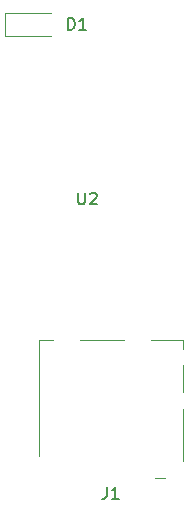
<source format=gbr>
%TF.GenerationSoftware,KiCad,Pcbnew,(6.0.6-0)*%
%TF.CreationDate,2022-08-03T21:57:51-07:00*%
%TF.ProjectId,sd_bt_streamer,73645f62-745f-4737-9472-65616d65722e,rev?*%
%TF.SameCoordinates,Original*%
%TF.FileFunction,Legend,Top*%
%TF.FilePolarity,Positive*%
%FSLAX46Y46*%
G04 Gerber Fmt 4.6, Leading zero omitted, Abs format (unit mm)*
G04 Created by KiCad (PCBNEW (6.0.6-0)) date 2022-08-03 21:57:51*
%MOMM*%
%LPD*%
G01*
G04 APERTURE LIST*
%ADD10C,0.150000*%
%ADD11C,0.120000*%
G04 APERTURE END LIST*
D10*
%TO.C,J1*%
X163666666Y-105382380D02*
X163666666Y-106096666D01*
X163619047Y-106239523D01*
X163523809Y-106334761D01*
X163380952Y-106382380D01*
X163285714Y-106382380D01*
X164666666Y-106382380D02*
X164095238Y-106382380D01*
X164380952Y-106382380D02*
X164380952Y-105382380D01*
X164285714Y-105525238D01*
X164190476Y-105620476D01*
X164095238Y-105668095D01*
%TO.C,U2*%
X161238095Y-80452380D02*
X161238095Y-81261904D01*
X161285714Y-81357142D01*
X161333333Y-81404761D01*
X161428571Y-81452380D01*
X161619047Y-81452380D01*
X161714285Y-81404761D01*
X161761904Y-81357142D01*
X161809523Y-81261904D01*
X161809523Y-80452380D01*
X162238095Y-80547619D02*
X162285714Y-80500000D01*
X162380952Y-80452380D01*
X162619047Y-80452380D01*
X162714285Y-80500000D01*
X162761904Y-80547619D01*
X162809523Y-80642857D01*
X162809523Y-80738095D01*
X162761904Y-80880952D01*
X162190476Y-81452380D01*
X162809523Y-81452380D01*
%TO.C,D1*%
X160361904Y-66652380D02*
X160361904Y-65652380D01*
X160600000Y-65652380D01*
X160742857Y-65700000D01*
X160838095Y-65795238D01*
X160885714Y-65890476D01*
X160933333Y-66080952D01*
X160933333Y-66223809D01*
X160885714Y-66414285D01*
X160838095Y-66509523D01*
X160742857Y-66604761D01*
X160600000Y-66652380D01*
X160361904Y-66652380D01*
X161885714Y-66652380D02*
X161314285Y-66652380D01*
X161600000Y-66652380D02*
X161600000Y-65652380D01*
X161504761Y-65795238D01*
X161409523Y-65890476D01*
X161314285Y-65938095D01*
D11*
%TO.C,J1*%
X159120000Y-92930000D02*
X157890000Y-92930000D01*
X157890000Y-92930000D02*
X157890000Y-102750000D01*
X170070000Y-93650000D02*
X170070000Y-92930000D01*
X170070000Y-103200000D02*
X170070000Y-98750000D01*
X168590000Y-104570000D02*
X167730000Y-104570000D01*
X165090000Y-92930000D02*
X161420000Y-92930000D01*
X170070000Y-97350000D02*
X170070000Y-95050000D01*
X170070000Y-92930000D02*
X167390000Y-92930000D01*
%TO.C,D1*%
X155050000Y-65200000D02*
X155050000Y-67200000D01*
X155050000Y-65200000D02*
X158950000Y-65200000D01*
X155050000Y-67200000D02*
X158950000Y-67200000D01*
%TD*%
M02*

</source>
